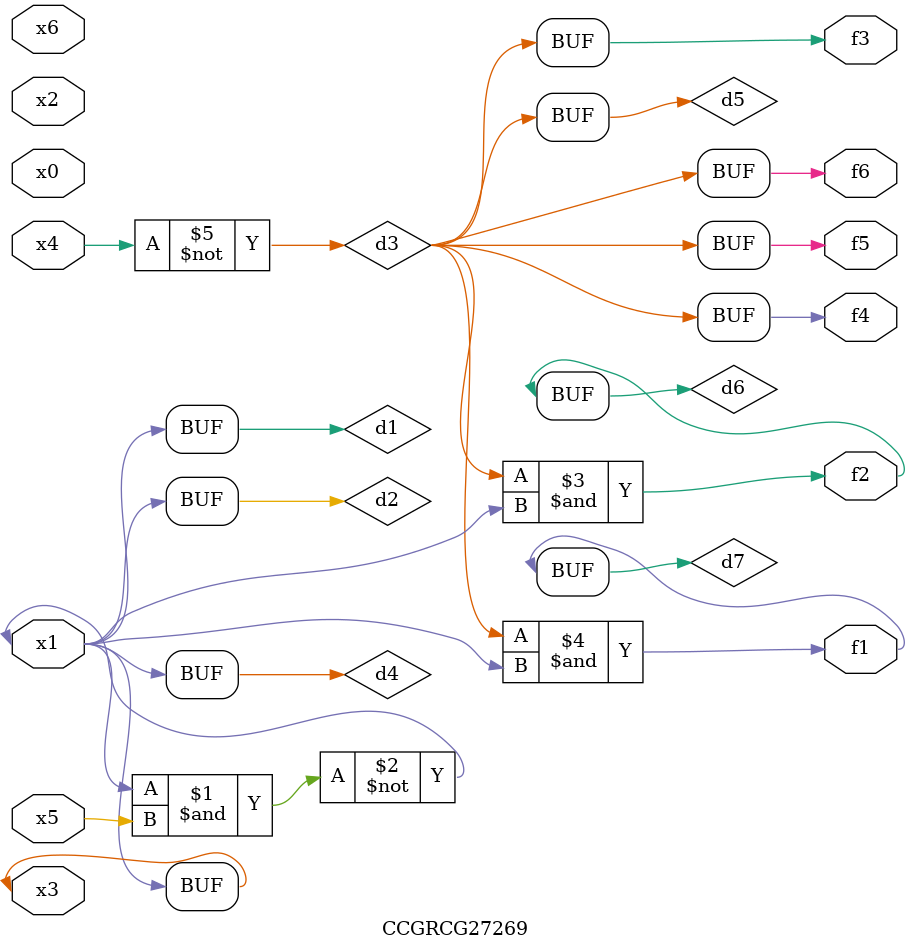
<source format=v>
module CCGRCG27269(
	input x0, x1, x2, x3, x4, x5, x6,
	output f1, f2, f3, f4, f5, f6
);

	wire d1, d2, d3, d4, d5, d6, d7;

	buf (d1, x1, x3);
	nand (d2, x1, x5);
	not (d3, x4);
	buf (d4, d1, d2);
	buf (d5, d3);
	and (d6, d3, d4);
	and (d7, d3, d4);
	assign f1 = d7;
	assign f2 = d6;
	assign f3 = d5;
	assign f4 = d5;
	assign f5 = d5;
	assign f6 = d5;
endmodule

</source>
